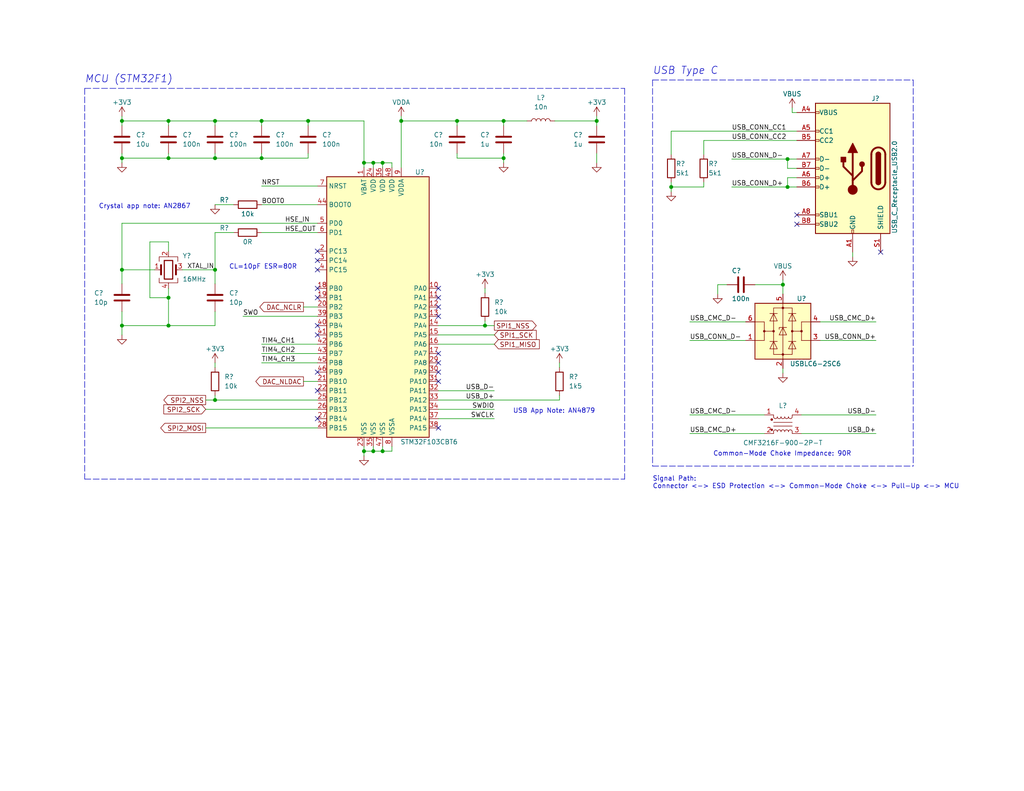
<source format=kicad_sch>
(kicad_sch (version 20211123) (generator eeschema)
  (paper "USLetter")
  (lib_symbols
    (symbol "Connector:USB_C_Receptacle_USB2.0" (pin_names (offset 1.016))
      (property "Reference" "J" (at -10.16 19.05 0))
      (property "Value" "USB_C_Receptacle_USB2.0" (at 19.05 19.05 0))
      (symbol "USB_C_Receptacle_USB2.0_0_0"
        (rectangle (start -0.254 -17.78) (end 0.254 -16.764))
        (rectangle (start 10.16 -14.986) (end 9.144 -15.494))
        (rectangle (start 10.16 -12.446) (end 9.144 -12.954))
        (rectangle (start 10.16 -4.826) (end 9.144 -5.334))
        (rectangle (start 10.16 -2.286) (end 9.144 -2.794))
        (rectangle (start 10.16 0.254) (end 9.144 -0.254))
        (rectangle (start 10.16 2.794) (end 9.144 2.286))
        (rectangle (start 10.16 7.874) (end 9.144 7.366))
        (rectangle (start 10.16 10.414) (end 9.144 9.906))
        (rectangle (start 10.16 15.494) (end 9.144 14.986))
      )
      (symbol "USB_C_Receptacle_USB2.0_0_1"
        (rectangle (start -10.16 17.78) (end 10.16 -17.78) (stroke (width 0.254)) (fill (type background)))
        (arc (start -8.89 -3.81) (mid -6.985 -5.715) (end -5.08 -3.81) (stroke (width 0.508)))
        (arc (start -7.62 -3.81) (mid -6.985 -4.445) (end -6.35 -3.81) (stroke (width 0.254)))
        (arc (start -7.62 -3.81) (mid -6.985 -4.445) (end -6.35 -3.81) (stroke (width 0.254)) (fill (type outline)))
        (rectangle (start -7.62 -3.81) (end -6.35 3.81) (stroke (width 0.254)) (fill (type outline)))
        (arc (start -6.35 3.81) (mid -6.985 4.445) (end -7.62 3.81) (stroke (width 0.254)))
        (arc (start -6.35 3.81) (mid -6.985 4.445) (end -7.62 3.81) (stroke (width 0.254)) (fill (type outline)))
        (arc (start -5.08 3.81) (mid -6.985 5.715) (end -8.89 3.81) (stroke (width 0.508)))
        (circle (center -2.54 1.143) (radius 0.635) (stroke (width 0.254)) (fill (type outline)))
        (circle (center 0 -5.842) (radius 1.27) (fill (type outline)))
        (polyline (pts (xy -8.89 -3.81) (xy -8.89 3.81)) (stroke (width 0.508)))
        (polyline (pts (xy -5.08 3.81) (xy -5.08 -3.81)) (stroke (width 0.508)))
        (polyline (pts (xy 0 -5.842) (xy 0 4.318)) (stroke (width 0.508)))
        (polyline (pts (xy 0 -3.302) (xy -2.54 -0.762) (xy -2.54 0.508)) (stroke (width 0.508)))
        (polyline (pts (xy 0 -2.032) (xy 2.54 0.508) (xy 2.54 1.778)) (stroke (width 0.508)))
        (polyline (pts (xy -1.27 4.318) (xy 0 6.858) (xy 1.27 4.318) (xy -1.27 4.318)) (stroke (width 0.254)) (fill (type outline)))
        (rectangle (start 1.905 1.778) (end 3.175 3.048) (stroke (width 0.254)) (fill (type outline)))
      )
      (symbol "USB_C_Receptacle_USB2.0_1_1"
        (pin passive line (at 0 -22.86 90) (length 5.08) (name "GND") (number "A1"))
        (pin passive line (at 0 -22.86 90) (length 5.08) hide (name "GND") (number "A12"))
        (pin passive line (at 15.24 15.24 180) (length 5.08) (name "VBUS") (number "A4"))
        (pin bidirectional line (at 15.24 10.16 180) (length 5.08) (name "CC1") (number "A5"))
        (pin bidirectional line (at 15.24 -2.54 180) (length 5.08) (name "D+") (number "A6"))
        (pin bidirectional line (at 15.24 2.54 180) (length 5.08) (name "D-") (number "A7"))
        (pin bidirectional line (at 15.24 -12.7 180) (length 5.08) (name "SBU1") (number "A8"))
        (pin passive line (at 15.24 15.24 180) (length 5.08) hide (name "VBUS") (number "A9"))
        (pin passive line (at 0 -22.86 90) (length 5.08) hide (name "GND") (number "B1"))
        (pin passive line (at 0 -22.86 90) (length 5.08) hide (name "GND") (number "B12"))
        (pin passive line (at 15.24 15.24 180) (length 5.08) hide (name "VBUS") (number "B4"))
        (pin bidirectional line (at 15.24 7.62 180) (length 5.08) (name "CC2") (number "B5"))
        (pin bidirectional line (at 15.24 -5.08 180) (length 5.08) (name "D+") (number "B6"))
        (pin bidirectional line (at 15.24 0 180) (length 5.08) (name "D-") (number "B7"))
        (pin bidirectional line (at 15.24 -15.24 180) (length 5.08) (name "SBU2") (number "B8"))
        (pin passive line (at 15.24 15.24 180) (length 5.08) hide (name "VBUS") (number "B9"))
        (pin passive line (at -7.62 -22.86 90) (length 5.08) (name "SHIELD") (number "S1"))
      )
    )
    (symbol "Device:C" (pin_numbers hide) (pin_names (offset 0.254))
      (property "Reference" "C" (at 0.635 2.54 0))
      (property "Value" "C" (at 0.635 -2.54 0))
      (symbol "C_0_1"
        (polyline (pts (xy -2.032 -0.762) (xy 2.032 -0.762)) (stroke (width 0.508)))
        (polyline (pts (xy -2.032 0.762) (xy 2.032 0.762)) (stroke (width 0.508)))
      )
      (symbol "C_1_1"
        (pin passive line (at 0 3.81 270) (length 2.794) (name "~") (number "1"))
        (pin passive line (at 0 -3.81 90) (length 2.794) (name "~") (number "2"))
      )
    )
    (symbol "Device:Crystal_GND24" (pin_names (offset 1.016) hide)
      (property "Reference" "Y" (at 3.175 5.08 0))
      (property "Value" "Crystal_GND24" (at 3.175 3.175 0))
      (symbol "Crystal_GND24_0_1"
        (rectangle (start -1.143 2.54) (end 1.143 -2.54) (stroke (width 0.3048)))
        (polyline (pts (xy -2.54 0) (xy -2.032 0)))
        (polyline (pts (xy -2.032 -1.27) (xy -2.032 1.27)) (stroke (width 0.508)))
        (polyline (pts (xy 0 -3.81) (xy 0 -3.556)))
        (polyline (pts (xy 0 3.556) (xy 0 3.81)))
        (polyline (pts (xy 2.032 -1.27) (xy 2.032 1.27)) (stroke (width 0.508)))
        (polyline (pts (xy 2.032 0) (xy 2.54 0)))
        (polyline (pts (xy -2.54 -2.286) (xy -2.54 -3.556) (xy 2.54 -3.556) (xy 2.54 -2.286)))
        (polyline (pts (xy -2.54 2.286) (xy -2.54 3.556) (xy 2.54 3.556) (xy 2.54 2.286)))
      )
      (symbol "Crystal_GND24_1_1"
        (pin passive line (at -3.81 0 0) (length 1.27) (name "1") (number "1"))
        (pin passive line (at 0 5.08 270) (length 1.27) (name "2") (number "2"))
        (pin passive line (at 3.81 0 180) (length 1.27) (name "3") (number "3"))
        (pin passive line (at 0 -5.08 90) (length 1.27) (name "4") (number "4"))
      )
    )
    (symbol "Device:EMI_Filter_LL_1423" (pin_names hide)
      (property "Reference" "FL" (at 0 4.445 0))
      (property "Value" "Device_EMI_Filter_LL_1423" (at 0 -4.445 0))
      (symbol "EMI_Filter_LL_1423_0_1"
        (circle (center -3.048 -1.27) (radius 0.254) (fill (type outline)))
        (circle (center -3.048 1.524) (radius 0.254) (fill (type outline)))
        (arc (start -2.54 2.032) (mid -2.032 1.524) (end -1.524 2.032))
        (arc (start -1.524 -2.032) (mid -2.032 -1.524) (end -2.54 -2.032))
        (arc (start -1.524 2.032) (mid -1.016 1.524) (end -0.508 2.032))
        (arc (start -0.508 -2.032) (mid -1.016 -1.524) (end -1.524 -2.032))
        (arc (start -0.508 2.032) (mid 0 1.524) (end 0.508 2.032))
        (polyline (pts (xy -2.54 -2.032) (xy -2.54 -2.54)))
        (polyline (pts (xy -2.54 0.508) (xy 2.54 0.508)))
        (polyline (pts (xy -2.54 2.032) (xy -2.54 2.54)))
        (polyline (pts (xy 2.54 -2.032) (xy 2.54 -2.54)))
        (polyline (pts (xy 2.54 -0.508) (xy -2.54 -0.508)))
        (polyline (pts (xy 2.54 2.54) (xy 2.54 2.032)))
        (arc (start 0.508 -2.032) (mid 0 -1.524) (end -0.508 -2.032))
        (arc (start 0.508 2.032) (mid 1.016 1.524) (end 1.524 2.032))
        (arc (start 1.524 -2.032) (mid 1.016 -1.524) (end 0.508 -2.032))
        (arc (start 1.524 2.032) (mid 2.032 1.524) (end 2.54 2.032))
        (arc (start 2.54 -2.032) (mid 2.032 -1.524) (end 1.524 -2.032))
      )
      (symbol "EMI_Filter_LL_1423_1_1"
        (pin passive line (at -5.08 -2.54 0) (length 2.54) (name "1") (number "1"))
        (pin passive line (at -5.08 2.54 0) (length 2.54) (name "2") (number "2"))
        (pin passive line (at 5.08 2.54 180) (length 2.54) (name "3") (number "3"))
        (pin passive line (at 5.08 -2.54 180) (length 2.54) (name "4") (number "4"))
      )
    )
    (symbol "Device:L" (pin_numbers hide) (pin_names (offset 1.016) hide)
      (property "Reference" "L" (at -1.27 0 90))
      (property "Value" "L" (at 1.905 0 90))
      (symbol "L_0_1"
        (arc (start 0 -2.54) (mid 0.635 -1.905) (end 0 -1.27))
        (arc (start 0 -1.27) (mid 0.635 -0.635) (end 0 0))
        (arc (start 0 0) (mid 0.635 0.635) (end 0 1.27))
        (arc (start 0 1.27) (mid 0.635 1.905) (end 0 2.54))
      )
      (symbol "L_1_1"
        (pin passive line (at 0 3.81 270) (length 1.27) (name "1") (number "1"))
        (pin passive line (at 0 -3.81 90) (length 1.27) (name "2") (number "2"))
      )
    )
    (symbol "Device:R" (pin_numbers hide) (pin_names (offset 0))
      (property "Reference" "R" (at 2.032 0 90))
      (property "Value" "R" (at 0 0 90))
      (symbol "R_0_1"
        (rectangle (start -1.016 -2.54) (end 1.016 2.54) (stroke (width 0.254)))
      )
      (symbol "R_1_1"
        (pin passive line (at 0 3.81 270) (length 1.27) (name "~") (number "1"))
        (pin passive line (at 0 -3.81 90) (length 1.27) (name "~") (number "2"))
      )
    )
    (symbol "MCU_ST_STM32F1:STM32F103CBTx"
      (property "Reference" "U" (at -15.24 36.83 0))
      (property "Value" "STM32F103CBTx" (at 7.62 36.83 0))
      (symbol "STM32F103CBTx_0_1"
        (rectangle (start -15.24 -35.56) (end 12.7 35.56) (stroke (width 0.254)) (fill (type background)))
      )
      (symbol "STM32F103CBTx_1_1"
        (pin power_in line (at -5.08 38.1 270) (length 2.54) (name "VBAT") (number "1"))
        (pin bidirectional line (at 15.24 5.08 180) (length 2.54) (name "PA0") (number "10"))
        (pin bidirectional line (at 15.24 2.54 180) (length 2.54) (name "PA1") (number "11"))
        (pin bidirectional line (at 15.24 0 180) (length 2.54) (name "PA2") (number "12"))
        (pin bidirectional line (at 15.24 -2.54 180) (length 2.54) (name "PA3") (number "13"))
        (pin bidirectional line (at 15.24 -5.08 180) (length 2.54) (name "PA4") (number "14"))
        (pin bidirectional line (at 15.24 -7.62 180) (length 2.54) (name "PA5") (number "15"))
        (pin bidirectional line (at 15.24 -10.16 180) (length 2.54) (name "PA6") (number "16"))
        (pin bidirectional line (at 15.24 -12.7 180) (length 2.54) (name "PA7") (number "17"))
        (pin bidirectional line (at -17.78 5.08 0) (length 2.54) (name "PB0") (number "18"))
        (pin bidirectional line (at -17.78 2.54 0) (length 2.54) (name "PB1") (number "19"))
        (pin bidirectional line (at -17.78 15.24 0) (length 2.54) (name "PC13") (number "2"))
        (pin bidirectional line (at -17.78 0 0) (length 2.54) (name "PB2") (number "20"))
        (pin bidirectional line (at -17.78 -20.32 0) (length 2.54) (name "PB10") (number "21"))
        (pin bidirectional line (at -17.78 -22.86 0) (length 2.54) (name "PB11") (number "22"))
        (pin power_in line (at -5.08 -38.1 90) (length 2.54) (name "VSS") (number "23"))
        (pin power_in line (at -2.54 38.1 270) (length 2.54) (name "VDD") (number "24"))
        (pin bidirectional line (at -17.78 -25.4 0) (length 2.54) (name "PB12") (number "25"))
        (pin bidirectional line (at -17.78 -27.94 0) (length 2.54) (name "PB13") (number "26"))
        (pin bidirectional line (at -17.78 -30.48 0) (length 2.54) (name "PB14") (number "27"))
        (pin bidirectional line (at -17.78 -33.02 0) (length 2.54) (name "PB15") (number "28"))
        (pin bidirectional line (at 15.24 -15.24 180) (length 2.54) (name "PA8") (number "29"))
        (pin bidirectional line (at -17.78 12.7 0) (length 2.54) (name "PC14") (number "3"))
        (pin bidirectional line (at 15.24 -17.78 180) (length 2.54) (name "PA9") (number "30"))
        (pin bidirectional line (at 15.24 -20.32 180) (length 2.54) (name "PA10") (number "31"))
        (pin bidirectional line (at 15.24 -22.86 180) (length 2.54) (name "PA11") (number "32"))
        (pin bidirectional line (at 15.24 -25.4 180) (length 2.54) (name "PA12") (number "33"))
        (pin bidirectional line (at 15.24 -27.94 180) (length 2.54) (name "PA13") (number "34"))
        (pin power_in line (at -2.54 -38.1 90) (length 2.54) (name "VSS") (number "35"))
        (pin power_in line (at 0 38.1 270) (length 2.54) (name "VDD") (number "36"))
        (pin bidirectional line (at 15.24 -30.48 180) (length 2.54) (name "PA14") (number "37"))
        (pin bidirectional line (at 15.24 -33.02 180) (length 2.54) (name "PA15") (number "38"))
        (pin bidirectional line (at -17.78 -2.54 0) (length 2.54) (name "PB3") (number "39"))
        (pin bidirectional line (at -17.78 10.16 0) (length 2.54) (name "PC15") (number "4"))
        (pin bidirectional line (at -17.78 -5.08 0) (length 2.54) (name "PB4") (number "40"))
        (pin bidirectional line (at -17.78 -7.62 0) (length 2.54) (name "PB5") (number "41"))
        (pin bidirectional line (at -17.78 -10.16 0) (length 2.54) (name "PB6") (number "42"))
        (pin bidirectional line (at -17.78 -12.7 0) (length 2.54) (name "PB7") (number "43"))
        (pin input line (at -17.78 27.94 0) (length 2.54) (name "BOOT0") (number "44"))
        (pin bidirectional line (at -17.78 -15.24 0) (length 2.54) (name "PB8") (number "45"))
        (pin bidirectional line (at -17.78 -17.78 0) (length 2.54) (name "PB9") (number "46"))
        (pin power_in line (at 0 -38.1 90) (length 2.54) (name "VSS") (number "47"))
        (pin power_in line (at 2.54 38.1 270) (length 2.54) (name "VDD") (number "48"))
        (pin input line (at -17.78 22.86 0) (length 2.54) (name "PD0") (number "5"))
        (pin input line (at -17.78 20.32 0) (length 2.54) (name "PD1") (number "6"))
        (pin input line (at -17.78 33.02 0) (length 2.54) (name "NRST") (number "7"))
        (pin power_in line (at 2.54 -38.1 90) (length 2.54) (name "VSSA") (number "8"))
        (pin power_in line (at 5.08 38.1 270) (length 2.54) (name "VDDA") (number "9"))
      )
    )
    (symbol "Power_Protection:USBLC6-2SC6" (pin_names hide)
      (property "Reference" "U" (at 2.54 8.89 0))
      (property "Value" "USBLC6-2SC6" (at 2.54 -8.89 0))
      (symbol "USBLC6-2SC6_0_1"
        (rectangle (start -7.62 -7.62) (end 7.62 7.62) (stroke (width 0.254)) (fill (type background)))
        (circle (center -5.08 0) (radius 0.254) (fill (type outline)))
        (circle (center -2.54 0) (radius 0.254) (fill (type outline)))
        (rectangle (start -2.54 6.35) (end 2.54 -6.35))
        (circle (center 0 -6.35) (radius 0.254) (fill (type outline)))
        (polyline (pts (xy -5.08 -2.54) (xy -7.62 -2.54)))
        (polyline (pts (xy -5.08 0) (xy -5.08 -2.54)))
        (polyline (pts (xy -5.08 2.54) (xy -7.62 2.54)))
        (polyline (pts (xy -1.524 -2.794) (xy -3.556 -2.794)))
        (polyline (pts (xy -1.524 4.826) (xy -3.556 4.826)))
        (polyline (pts (xy 0 -7.62) (xy 0 -6.35)))
        (polyline (pts (xy 0 -6.35) (xy 0 1.27)))
        (polyline (pts (xy 0 1.27) (xy 0 6.35)))
        (polyline (pts (xy 0 6.35) (xy 0 7.62)))
        (polyline (pts (xy 1.524 -2.794) (xy 3.556 -2.794)))
        (polyline (pts (xy 1.524 4.826) (xy 3.556 4.826)))
        (polyline (pts (xy 5.08 -2.54) (xy 7.62 -2.54)))
        (polyline (pts (xy 5.08 0) (xy 5.08 -2.54)))
        (polyline (pts (xy 5.08 2.54) (xy 7.62 2.54)))
        (polyline (pts (xy -2.54 0) (xy -5.08 0) (xy -5.08 2.54)))
        (polyline (pts (xy 2.54 0) (xy 5.08 0) (xy 5.08 2.54)))
        (polyline (pts (xy -3.556 -4.826) (xy -1.524 -4.826) (xy -2.54 -2.794) (xy -3.556 -4.826)))
        (polyline (pts (xy -3.556 2.794) (xy -1.524 2.794) (xy -2.54 4.826) (xy -3.556 2.794)))
        (polyline (pts (xy -1.016 -1.016) (xy 1.016 -1.016) (xy 0 1.016) (xy -1.016 -1.016)))
        (polyline (pts (xy 1.016 1.016) (xy 0.762 1.016) (xy -1.016 1.016) (xy -1.016 0.508)))
        (polyline (pts (xy 3.556 -4.826) (xy 1.524 -4.826) (xy 2.54 -2.794) (xy 3.556 -4.826)))
        (polyline (pts (xy 3.556 2.794) (xy 1.524 2.794) (xy 2.54 4.826) (xy 3.556 2.794)))
        (circle (center 0 6.35) (radius 0.254) (fill (type outline)))
        (circle (center 2.54 0) (radius 0.254) (fill (type outline)))
        (circle (center 5.08 0) (radius 0.254) (fill (type outline)))
      )
      (symbol "USBLC6-2SC6_1_1"
        (pin passive line (at -10.16 -2.54 0) (length 2.54) (name "I/O1") (number "1"))
        (pin passive line (at 0 -10.16 90) (length 2.54) (name "GND") (number "2"))
        (pin passive line (at 10.16 -2.54 180) (length 2.54) (name "I/O2") (number "3"))
        (pin passive line (at 10.16 2.54 180) (length 2.54) (name "I/O2") (number "4"))
        (pin passive line (at 0 10.16 270) (length 2.54) (name "VBUS") (number "5"))
        (pin passive line (at -10.16 2.54 0) (length 2.54) (name "I/O1") (number "6"))
      )
    )
    (symbol "power:+3V3" (power) (pin_names (offset 0))
      (property "Value" "+3V3" (at 0 3.556 0))
      (symbol "+3V3_0_1"
        (polyline (pts (xy -0.762 1.27) (xy 0 2.54)))
        (polyline (pts (xy 0 0) (xy 0 2.54)))
        (polyline (pts (xy 0 2.54) (xy 0.762 1.27)))
      )
      (symbol "+3V3_1_1"
        (pin power_in line (at 0 0 90) (length 0) hide (name "+3V3") (number "1"))
      )
    )
    (symbol "power:GND" (power) (pin_names (offset 0))
      (property "Value" "GND" (at 0 -3.81 0))
      (symbol "GND_0_1"
        (polyline (pts (xy 0 0) (xy 0 -1.27) (xy 1.27 -1.27) (xy 0 -2.54) (xy -1.27 -1.27) (xy 0 -1.27)))
      )
      (symbol "GND_1_1"
        (pin power_in line (at 0 0 270) (length 0) hide (name "GND") (number "1"))
      )
    )
    (symbol "power:VBUS" (power) (pin_names (offset 0))
      (property "Value" "VBUS" (at 0 3.81 0))
      (symbol "VBUS_0_1"
        (polyline (pts (xy -0.762 1.27) (xy 0 2.54)))
        (polyline (pts (xy 0 0) (xy 0 2.54)))
        (polyline (pts (xy 0 2.54) (xy 0.762 1.27)))
      )
      (symbol "VBUS_1_1"
        (pin power_in line (at 0 0 90) (length 0) hide (name "VBUS") (number "1"))
      )
    )
    (symbol "power:VDDA" (power) (pin_names (offset 0))
      (property "Value" "VDDA" (at 0 3.81 0))
      (symbol "VDDA_0_1"
        (polyline (pts (xy -0.762 1.27) (xy 0 2.54)))
        (polyline (pts (xy 0 0) (xy 0 2.54)))
        (polyline (pts (xy 0 2.54) (xy 0.762 1.27)))
      )
      (symbol "VDDA_1_1"
        (pin power_in line (at 0 0 90) (length 0) hide (name "VDDA") (number "1"))
      )
    )
  )
  (junction (at 137.414 43.18))
  (junction (at 162.814 33.02))
  (junction (at 124.714 33.02))
  (junction (at 33.274 73.66))
  (junction (at 101.854 123.19))
  (junction (at 45.974 33.02))
  (junction (at 58.674 43.18))
  (junction (at 33.274 33.02))
  (junction (at 101.854 44.45))
  (junction (at 214.884 43.434))
  (junction (at 104.394 123.19))
  (junction (at 58.674 33.02))
  (junction (at 99.314 123.19))
  (junction (at 214.884 51.054))
  (junction (at 58.674 73.66))
  (junction (at 71.374 43.18))
  (junction (at 132.334 88.9))
  (junction (at 58.674 109.22))
  (junction (at 213.614 77.724))
  (junction (at 183.134 51.054))
  (junction (at 33.274 43.18))
  (junction (at 109.474 33.02))
  (junction (at 71.374 33.02))
  (junction (at 45.974 43.18))
  (junction (at 137.414 33.02))
  (junction (at 45.974 81.28))
  (junction (at 45.974 88.9))
  (junction (at 104.394 44.45))
  (junction (at 33.274 88.9))
  (junction (at 99.314 44.45))
  (junction (at 84.074 33.02))
  (no_connect (at 217.424 58.674))
  (no_connect (at 86.614 91.44))
  (no_connect (at 119.634 86.36))
  (no_connect (at 119.634 81.28))
  (no_connect (at 217.424 61.214))
  (no_connect (at 119.634 104.14))
  (no_connect (at 86.614 78.74))
  (no_connect (at 86.614 73.66))
  (no_connect (at 119.634 116.84))
  (no_connect (at 86.614 114.3))
  (no_connect (at 86.614 81.28))
  (no_connect (at 86.614 101.6))
  (no_connect (at 119.634 78.74))
  (no_connect (at 119.634 99.06))
  (no_connect (at 119.634 83.82))
  (no_connect (at 86.614 88.9))
  (no_connect (at 86.614 68.58))
  (no_connect (at 119.634 96.52))
  (no_connect (at 119.634 101.6))
  (no_connect (at 86.614 106.68))
  (no_connect (at 86.614 71.12))
  (no_connect (at 240.284 68.834))
  (wire (pts (xy 101.854 44.45) (xy 104.394 44.45)))
  (polyline (pts (xy 170.434 24.13) (xy 170.434 130.81)))
  (wire (pts (xy 239.014 92.964) (xy 223.774 92.964)))
  (wire (pts (xy 56.134 116.84) (xy 86.614 116.84)))
  (wire (pts (xy 99.314 124.46) (xy 99.314 123.19)))
  (wire (pts (xy 239.014 113.284) (xy 218.694 113.284)))
  (wire (pts (xy 99.314 33.02) (xy 99.314 44.45)))
  (wire (pts (xy 152.654 109.22) (xy 152.654 107.95)))
  (wire (pts (xy 58.674 99.06) (xy 58.674 100.33)))
  (wire (pts (xy 58.674 107.95) (xy 58.674 109.22)))
  (wire (pts (xy 71.374 96.52) (xy 86.614 96.52)))
  (wire (pts (xy 137.414 34.29) (xy 137.414 33.02)))
  (wire (pts (xy 119.634 93.98) (xy 134.874 93.98)))
  (wire (pts (xy 232.664 70.104) (xy 232.664 68.834)))
  (wire (pts (xy 192.024 38.354) (xy 217.424 38.354)))
  (wire (pts (xy 143.764 33.02) (xy 137.414 33.02)))
  (wire (pts (xy 132.334 78.74) (xy 132.334 80.01)))
  (wire (pts (xy 33.274 77.47) (xy 33.274 73.66)))
  (wire (pts (xy 134.874 114.3) (xy 119.634 114.3)))
  (wire (pts (xy 84.074 43.18) (xy 84.074 41.91)))
  (polyline (pts (xy 178.054 21.844) (xy 249.174 21.844)))
  (wire (pts (xy 33.274 91.44) (xy 33.274 88.9)))
  (wire (pts (xy 33.274 33.02) (xy 33.274 31.75)))
  (wire (pts (xy 58.674 77.47) (xy 58.674 73.66)))
  (wire (pts (xy 214.884 45.974) (xy 214.884 43.434)))
  (wire (pts (xy 84.074 34.29) (xy 84.074 33.02)))
  (wire (pts (xy 106.934 45.72) (xy 106.934 44.45)))
  (wire (pts (xy 58.674 88.9) (xy 58.674 85.09)))
  (wire (pts (xy 124.714 43.18) (xy 124.714 41.91)))
  (wire (pts (xy 183.134 42.164) (xy 183.134 35.814)))
  (wire (pts (xy 192.024 42.164) (xy 192.024 38.354)))
  (wire (pts (xy 71.374 63.5) (xy 86.614 63.5)))
  (wire (pts (xy 132.334 87.63) (xy 132.334 88.9)))
  (wire (pts (xy 188.214 87.884) (xy 203.454 87.884)))
  (wire (pts (xy 56.134 111.76) (xy 86.614 111.76)))
  (wire (pts (xy 71.374 50.8) (xy 86.614 50.8)))
  (wire (pts (xy 188.214 113.284) (xy 208.534 113.284)))
  (wire (pts (xy 213.614 77.724) (xy 213.614 76.454)))
  (wire (pts (xy 71.374 41.91) (xy 71.374 43.18)))
  (wire (pts (xy 214.884 48.514) (xy 214.884 51.054)))
  (wire (pts (xy 137.414 43.18) (xy 124.714 43.18)))
  (wire (pts (xy 99.314 44.45) (xy 99.314 45.72)))
  (wire (pts (xy 33.274 73.66) (xy 42.164 73.66)))
  (wire (pts (xy 45.974 41.91) (xy 45.974 43.18)))
  (wire (pts (xy 104.394 45.72) (xy 104.394 44.45)))
  (wire (pts (xy 101.854 121.92) (xy 101.854 123.19)))
  (wire (pts (xy 45.974 33.02) (xy 33.274 33.02)))
  (wire (pts (xy 84.074 33.02) (xy 71.374 33.02)))
  (wire (pts (xy 101.854 45.72) (xy 101.854 44.45)))
  (wire (pts (xy 45.974 34.29) (xy 45.974 33.02)))
  (wire (pts (xy 216.154 29.464) (xy 216.154 30.734)))
  (wire (pts (xy 58.674 55.88) (xy 63.754 55.88)))
  (wire (pts (xy 45.974 78.74) (xy 45.974 81.28)))
  (wire (pts (xy 205.994 77.724) (xy 213.614 77.724)))
  (wire (pts (xy 63.754 63.5) (xy 58.674 63.5)))
  (wire (pts (xy 86.614 99.06) (xy 71.374 99.06)))
  (wire (pts (xy 195.834 80.264) (xy 195.834 77.724)))
  (wire (pts (xy 45.974 43.18) (xy 58.674 43.18)))
  (wire (pts (xy 183.134 35.814) (xy 217.424 35.814)))
  (wire (pts (xy 109.474 31.75) (xy 109.474 33.02)))
  (wire (pts (xy 199.644 43.434) (xy 214.884 43.434)))
  (wire (pts (xy 33.274 60.96) (xy 33.274 73.66)))
  (wire (pts (xy 71.374 43.18) (xy 84.074 43.18)))
  (wire (pts (xy 82.804 83.82) (xy 86.614 83.82)))
  (wire (pts (xy 134.874 111.76) (xy 119.634 111.76)))
  (wire (pts (xy 99.314 123.19) (xy 99.314 121.92)))
  (wire (pts (xy 106.934 123.19) (xy 106.934 121.92)))
  (wire (pts (xy 58.674 73.66) (xy 49.784 73.66)))
  (wire (pts (xy 40.894 81.28) (xy 45.974 81.28)))
  (wire (pts (xy 124.714 34.29) (xy 124.714 33.02)))
  (wire (pts (xy 40.894 66.04) (xy 40.894 81.28)))
  (wire (pts (xy 33.274 44.45) (xy 33.274 43.18)))
  (polyline (pts (xy 249.174 21.844) (xy 249.174 127.254)))
  (wire (pts (xy 124.714 33.02) (xy 137.414 33.02)))
  (polyline (pts (xy 178.054 127.254) (xy 249.174 127.254)))
  (wire (pts (xy 183.134 51.054) (xy 183.134 49.784)))
  (wire (pts (xy 214.884 43.434) (xy 217.424 43.434)))
  (wire (pts (xy 33.274 43.18) (xy 33.274 41.91)))
  (wire (pts (xy 239.014 118.364) (xy 218.694 118.364)))
  (wire (pts (xy 86.614 93.98) (xy 71.374 93.98)))
  (wire (pts (xy 56.134 109.22) (xy 58.674 109.22)))
  (wire (pts (xy 45.974 81.28) (xy 45.974 88.9)))
  (wire (pts (xy 217.424 45.974) (xy 214.884 45.974)))
  (wire (pts (xy 58.674 63.5) (xy 58.674 73.66)))
  (wire (pts (xy 152.654 99.06) (xy 152.654 100.33)))
  (polyline (pts (xy 23.114 24.13) (xy 23.114 130.81)))
  (wire (pts (xy 58.674 43.18) (xy 71.374 43.18)))
  (wire (pts (xy 104.394 123.19) (xy 106.934 123.19)))
  (wire (pts (xy 213.614 77.724) (xy 213.614 80.264)))
  (wire (pts (xy 33.274 33.02) (xy 33.274 34.29)))
  (wire (pts (xy 99.314 123.19) (xy 101.854 123.19)))
  (wire (pts (xy 152.654 109.22) (xy 119.634 109.22)))
  (wire (pts (xy 195.834 77.724) (xy 198.374 77.724)))
  (wire (pts (xy 188.214 92.964) (xy 203.454 92.964)))
  (polyline (pts (xy 23.114 130.81) (xy 170.434 130.81)))
  (wire (pts (xy 104.394 121.92) (xy 104.394 123.19)))
  (wire (pts (xy 104.394 44.45) (xy 106.934 44.45)))
  (wire (pts (xy 213.614 101.854) (xy 213.614 100.584)))
  (wire (pts (xy 132.334 88.9) (xy 134.874 88.9)))
  (wire (pts (xy 58.674 41.91) (xy 58.674 43.18)))
  (wire (pts (xy 109.474 33.02) (xy 109.474 45.72)))
  (wire (pts (xy 71.374 55.88) (xy 86.614 55.88)))
  (wire (pts (xy 66.294 86.36) (xy 86.614 86.36)))
  (wire (pts (xy 33.274 60.96) (xy 86.614 60.96)))
  (wire (pts (xy 217.424 48.514) (xy 214.884 48.514)))
  (wire (pts (xy 58.674 109.22) (xy 86.614 109.22)))
  (wire (pts (xy 71.374 34.29) (xy 71.374 33.02)))
  (wire (pts (xy 82.804 104.14) (xy 86.614 104.14)))
  (wire (pts (xy 137.414 44.45) (xy 137.414 43.18)))
  (wire (pts (xy 33.274 88.9) (xy 45.974 88.9)))
  (wire (pts (xy 214.884 51.054) (xy 199.644 51.054)))
  (wire (pts (xy 45.974 66.04) (xy 40.894 66.04)))
  (wire (pts (xy 101.854 123.19) (xy 104.394 123.19)))
  (wire (pts (xy 45.974 68.58) (xy 45.974 66.04)))
  (wire (pts (xy 124.714 33.02) (xy 109.474 33.02)))
  (wire (pts (xy 151.384 33.02) (xy 162.814 33.02)))
  (wire (pts (xy 45.974 88.9) (xy 58.674 88.9)))
  (wire (pts (xy 162.814 41.91) (xy 162.814 44.45)))
  (wire (pts (xy 162.814 33.02) (xy 162.814 34.29)))
  (wire (pts (xy 84.074 33.02) (xy 99.314 33.02)))
  (wire (pts (xy 137.414 41.91) (xy 137.414 43.18)))
  (wire (pts (xy 216.154 30.734) (xy 217.424 30.734)))
  (wire (pts (xy 188.214 118.364) (xy 208.534 118.364)))
  (wire (pts (xy 33.274 43.18) (xy 45.974 43.18)))
  (wire (pts (xy 58.674 34.29) (xy 58.674 33.02)))
  (wire (pts (xy 99.314 44.45) (xy 101.854 44.45)))
  (wire (pts (xy 33.274 88.9) (xy 33.274 85.09)))
  (wire (pts (xy 119.634 106.68) (xy 134.874 106.68)))
  (wire (pts (xy 192.024 51.054) (xy 192.024 49.784)))
  (wire (pts (xy 119.634 91.44) (xy 134.874 91.44)))
  (wire (pts (xy 71.374 33.02) (xy 58.674 33.02)))
  (polyline (pts (xy 23.114 24.13) (xy 170.434 24.13)))
  (polyline (pts (xy 178.054 21.844) (xy 178.054 127.254)))
  (wire (pts (xy 58.674 33.02) (xy 45.974 33.02)))
  (wire (pts (xy 214.884 51.054) (xy 217.424 51.054)))
  (wire (pts (xy 183.134 51.054) (xy 192.024 51.054)))
  (wire (pts (xy 119.634 88.9) (xy 132.334 88.9)))
  (wire (pts (xy 183.134 52.324) (xy 183.134 51.054)))
  (wire (pts (xy 239.014 87.884) (xy 223.774 87.884)))
  (wire (pts (xy 162.814 31.75) (xy 162.814 33.02)))
  (text "USB Type C" (at 178.054 20.574 0) (effects (font (size 2.0066 2.0066) italic) (justify left bottom)))
  (text "USB App Note: AN4879" (at 139.954 113.03 0) (effects (font (size 1.27 1.27)) (justify left bottom)))
  (text "Signal Path:\nConnector <-> ESD Protection <-> Common-Mode Choke <-> Pull-Up <-> MCU\n" (at 178.054 133.604 0) (effects (font (size 1.27 1.27)) (justify left bottom)))
  (text "Crystal app note: AN2867" (at 26.924 57.15 0) (effects (font (size 1.27 1.27)) (justify left bottom)))
  (text "CL=10pF ESR=80R" (at 62.484 73.66 0) (effects (font (size 1.27 1.27)) (justify left bottom)))
  (text "MCU (STM32F1)" (at 23.114 22.86 0) (effects (font (size 2.0066 2.0066) italic) (justify left bottom)))
  (text "Common-Mode Choke Impedance: 90R" (at 194.564 124.714 0) (effects (font (size 1.27 1.27)) (justify left bottom)))
  (label "NRST" (at 71.374 50.8 0))
  (label "SWO" (at 66.294 86.36 0))
  (label "USB_CONN_D-" (at 199.644 43.434 0))
  (label "USB_D+" (at 134.874 109.22 180))
  (label "USB_CMC_D-" (at 188.214 87.884 0))
  (label "TIM4_CH2" (at 71.374 96.52 0))
  (label "USB_CMC_D+" (at 188.214 118.364 0))
  (label "TIM4_CH3" (at 71.374 99.06 0))
  (label "USB_CONN_D+" (at 239.014 92.964 180))
  (label "USB_D-" (at 134.874 106.68 180))
  (label "USB_CMC_D+" (at 239.014 87.884 180))
  (label "HSE_OUT" (at 77.724 63.5 0))
  (label "HSE_IN" (at 77.724 60.96 0))
  (label "USB_D+" (at 239.014 118.364 180))
  (label "SWCLK" (at 134.874 114.3 180))
  (label "USB_CONN_D+" (at 199.644 51.054 0))
  (label "USB_CONN_D-" (at 188.214 92.964 0))
  (label "XTAL_IN" (at 51.054 73.66 0))
  (label "USB_CONN_CC2" (at 199.644 38.354 0))
  (label "SWDIO" (at 134.874 111.76 180))
  (label "USB_CONN_CC1" (at 199.644 35.814 0))
  (label "USB_D-" (at 239.014 113.284 180))
  (label "USB_CMC_D-" (at 188.214 113.284 0))
  (label "TIM4_CH1" (at 71.374 93.98 0))
  (label "BOOT0" (at 71.374 55.88 0))
  (global_label "SPI1_NSS" (shape output) (at 134.874 88.9 0) (property "Intersheet References" "${INTERSHEET_REFS}" (effects hide)))
  (global_label "SPI1_SCK" (shape input) (at 134.874 91.44 0) (property "Intersheet References" "${INTERSHEET_REFS}" (effects hide)))
  (global_label "DAC_NLDAC" (shape output) (at 82.804 104.14 180) (property "Intersheet References" "${INTERSHEET_REFS}" (effects hide)))
  (global_label "SPI1_MISO" (shape input) (at 134.874 93.98 0) (property "Intersheet References" "${INTERSHEET_REFS}" (effects hide)))
  (global_label "SPI2_SCK" (shape input) (at 56.134 111.76 180) (property "Intersheet References" "${INTERSHEET_REFS}" (effects hide)))
  (global_label "SPI2_NSS" (shape output) (at 56.134 109.22 180) (property "Intersheet References" "${INTERSHEET_REFS}" (effects hide)))
  (global_label "DAC_NCLR" (shape output) (at 82.804 83.82 180) (property "Intersheet References" "${INTERSHEET_REFS}" (effects hide)))
  (global_label "SPI2_MOSI" (shape output) (at 56.134 116.84 180) (property "Intersheet References" "${INTERSHEET_REFS}" (effects hide)))
  (symbol (lib_id "power:+3V3") (at 132.334 78.74 0) (unit 1)
    (property "Reference" "#PWR?" (effects hide))
    (property "Value" "+3V3" (at 132.334 74.93 0))
  )
  (symbol (lib_id "power:GND") (at 183.134 52.324 0) (mirror y) (unit 1)
    (property "Reference" "#PWR?" (effects hide))
    (property "Value" "GND" (effects hide))
  )
  (symbol (lib_id "power:GND") (at 137.414 44.45 0) (mirror y) (unit 1)
    (property "Reference" "#PWR?" (effects hide))
    (property "Value" "GND" (effects hide))
  )
  (symbol (lib_id "Device:R") (at 183.134 45.974 0) (unit 1)
    (property "Reference" "R?" (at 184.404 44.704 0) (effects (justify left)))
    (property "Value" "5k1" (at 184.404 47.244 0) (effects (justify left)))
    (property "Footprint" "Resistor_SMD:R_0402_1005Metric" (effects hide))
  )
  (symbol (lib_id "Device:L") (at 147.574 33.02 90) (unit 1)
    (property "Reference" "L?" (at 147.574 26.67 90))
    (property "Value" "10n" (at 147.574 29.21 90))
    (property "Footprint" "Inductor_SMD:L_0402_1005Metric" (effects hide))
  )
  (symbol (lib_id "power:GND") (at 195.834 80.264 0) (mirror y) (unit 1)
    (property "Reference" "#PWR?" (effects hide))
    (property "Value" "GND" (effects hide))
  )
  (symbol (lib_id "power:GND") (at 162.814 44.45 0) (mirror y) (unit 1)
    (property "Reference" "#PWR?" (effects hide))
    (property "Value" "GND" (effects hide))
  )
  (symbol (lib_id "power:+3V3") (at 152.654 99.06 0) (unit 1)
    (property "Reference" "#PWR?" (effects hide))
    (property "Value" "+3V3" (at 152.654 95.25 0))
  )
  (symbol (lib_id "power:+3V3") (at 162.814 31.75 0) (mirror y) (unit 1)
    (property "Reference" "#PWR?" (effects hide))
    (property "Value" "+3V3" (at 162.814 27.94 0))
  )
  (symbol (lib_id "Device:C") (at 33.274 81.28 0) (unit 1)
    (property "Reference" "C?" (at 25.654 80.01 0) (effects (justify left)))
    (property "Value" "10p" (at 25.654 82.55 0) (effects (justify left)))
    (property "Footprint" "Capacitor_SMD:C_0402_1005Metric" (effects hide))
  )
  (symbol (lib_id "Device:C") (at 202.184 77.724 270) (unit 1)
    (property "Reference" "C?" (at 199.644 73.914 90) (effects (justify left)))
    (property "Value" "100n" (at 199.644 81.534 90) (effects (justify left)))
    (property "Footprint" "Capacitor_SMD:C_0402_1005Metric" (effects hide))
  )
  (symbol (lib_id "Device:C") (at 45.974 38.1 0) (unit 1)
    (property "Reference" "C?" (at 49.784 36.83 0) (effects (justify left)))
    (property "Value" "100n" (at 49.784 39.37 0) (effects (justify left)))
    (property "Footprint" "Capacitor_SMD:C_0402_1005Metric" (effects hide))
  )
  (symbol (lib_id "Device:R") (at 132.334 83.82 0) (unit 1)
    (property "Reference" "R?" (at 134.874 82.55 0) (effects (justify left)))
    (property "Value" "10k" (at 134.874 85.09 0) (effects (justify left)))
    (property "Footprint" "Resistor_SMD:R_0402_1005Metric" (effects hide))
  )
  (symbol (lib_id "Device:Crystal_GND24") (at 45.974 73.66 0) (unit 1)
    (property "Reference" "Y?" (at 49.784 69.85 0) (effects (justify left)))
    (property "Value" "16MHz" (at 49.784 76.2 0) (effects (justify left)))
    (property "Footprint" "Crystal:Crystal_SMD_3225-4Pin_3.2x2.5mm" (effects hide))
  )
  (symbol (lib_id "Power_Protection:USBLC6-2SC6") (at 213.614 90.424 0) (unit 1)
    (property "Reference" "U?" (at 218.694 81.534 0))
    (property "Value" "USBLC6-2SC6" (at 222.504 99.314 0))
    (property "Footprint" "Package_TO_SOT_SMD:SOT-23-6" (effects hide))
    (property "Datasheet" "https://www.st.com/resource/en/datasheet/usblc6-2.pdf" (effects hide))
  )
  (symbol (lib_id "power:GND") (at 58.674 55.88 0) (unit 1)
    (property "Reference" "#PWR?" (effects hide))
    (property "Value" "GND" (effects hide))
  )
  (symbol (lib_id "Device:C") (at 84.074 38.1 0) (unit 1)
    (property "Reference" "C?" (at 87.884 36.83 0) (effects (justify left)))
    (property "Value" "100n" (at 87.884 39.37 0) (effects (justify left)))
    (property "Footprint" "Capacitor_SMD:C_0402_1005Metric" (effects hide))
  )
  (symbol (lib_id "Device:C") (at 137.414 38.1 0) (mirror y) (unit 1)
    (property "Reference" "C?" (at 133.604 36.83 0) (effects (justify left)))
    (property "Value" "1u" (at 133.604 39.37 0) (effects (justify left)))
    (property "Footprint" "Capacitor_SMD:C_0603_1608Metric" (effects hide))
  )
  (symbol (lib_id "Device:C") (at 162.814 38.1 0) (mirror y) (unit 1)
    (property "Reference" "C?" (at 159.004 36.83 0) (effects (justify left)))
    (property "Value" "1u" (at 159.004 39.37 0) (effects (justify left)))
    (property "Footprint" "Capacitor_SMD:C_0603_1608Metric" (effects hide))
  )
  (symbol (lib_id "Device:C") (at 71.374 38.1 0) (unit 1)
    (property "Reference" "C?" (at 75.184 36.83 0) (effects (justify left)))
    (property "Value" "100n" (at 75.184 39.37 0) (effects (justify left)))
    (property "Footprint" "Capacitor_SMD:C_0402_1005Metric" (effects hide))
  )
  (symbol (lib_id "power:GND") (at 33.274 91.44 0) (unit 1)
    (property "Reference" "#PWR?" (effects hide))
    (property "Value" "GND" (effects hide))
  )
  (symbol (lib_id "Connector:USB_C_Receptacle_USB2.0") (at 232.664 45.974 0) (mirror y) (unit 1)
    (property "Reference" "J?" (at 237.744 26.924 0) (effects (justify right)))
    (property "Value" "USB_C_Receptacle_USB2.0" (at 244.094 38.354 90) (effects (justify right)))
    (property "Footprint" "Connector_USB:USB_C_Receptacle_HRO_TYPE-C-31-M-12" (effects hide))
    (property "Datasheet" "https://www.usb.org/sites/default/files/documents/usb_type-c.zip" (effects hide))
  )
  (symbol (lib_id "power:GND") (at 99.314 124.46 0) (unit 1)
    (property "Reference" "#PWR?" (effects hide))
    (property "Value" "GND" (effects hide))
  )
  (symbol (lib_id "Device:EMI_Filter_LL_1423") (at 213.614 115.824 0) (mirror x) (unit 1)
    (property "Reference" "L?" (at 213.614 110.744 0))
    (property "Value" "CMF3216F-900-2P-T" (at 213.614 120.904 0))
    (property "Footprint" "Mixed signal:CMC-1206" (effects hide))
  )
  (symbol (lib_id "power:GND") (at 213.614 101.854 0) (mirror y) (unit 1)
    (property "Reference" "#PWR?" (effects hide))
    (property "Value" "GND" (effects hide))
  )
  (symbol (lib_id "power:VDDA") (at 109.474 31.75 0) (unit 1)
    (property "Reference" "#PWR?" (effects hide))
    (property "Value" "VDDA" (at 109.474 27.94 0))
  )
  (symbol (lib_id "power:GND") (at 232.664 70.104 0) (mirror y) (unit 1)
    (property "Reference" "#PWR?" (effects hide))
    (property "Value" "GND" (effects hide))
  )
  (symbol (lib_id "power:+3V3") (at 33.274 31.75 0) (unit 1)
    (property "Reference" "#PWR?" (effects hide))
    (property "Value" "+3V3" (at 33.274 27.94 0))
  )
  (symbol (lib_id "power:GND") (at 33.274 44.45 0) (unit 1)
    (property "Reference" "#PWR?" (effects hide))
    (property "Value" "GND" (effects hide))
  )
  (symbol (lib_id "Device:C") (at 58.674 81.28 0) (unit 1)
    (property "Reference" "C?" (at 62.484 80.01 0) (effects (justify left)))
    (property "Value" "10p" (at 62.484 82.55 0) (effects (justify left)))
    (property "Footprint" "Capacitor_SMD:C_0402_1005Metric" (effects hide))
  )
  (symbol (lib_id "Device:R") (at 67.564 63.5 270) (unit 1)
    (property "Reference" "R?" (at 61.214 62.23 90))
    (property "Value" "0R" (at 67.564 66.04 90))
    (property "Footprint" "Resistor_SMD:R_0402_1005Metric" (effects hide))
  )
  (symbol (lib_id "MCU_ST_STM32F1:STM32F103CBTx") (at 104.394 83.82 0) (unit 1)
    (property "Reference" "U?" (at 114.554 46.99 0))
    (property "Value" "STM32F103CBT6" (at 117.094 120.65 0))
    (property "Footprint" "Package_QFP:LQFP-48_7x7mm_P0.5mm" (effects hide))
    (property "Datasheet" "http://www.st.com/st-web-ui/static/active/en/resource/technical/document/datasheet/CD00161566.pdf" (effects hide))
    (property "Manufacturer" "STMicroelectronics" (effects hide))
    (property "Manufacturer Part Number" "STM32F103CBT6" (effects hide))
  )
  (symbol (lib_id "Device:R") (at 192.024 45.974 0) (unit 1)
    (property "Reference" "R?" (at 193.294 44.704 0) (effects (justify left)))
    (property "Value" "5k1" (at 193.294 47.244 0) (effects (justify left)))
    (property "Footprint" "Resistor_SMD:R_0402_1005Metric" (effects hide))
  )
  (symbol (lib_id "power:VBUS") (at 216.154 29.464 0) (unit 1)
    (property "Reference" "#PWR?" (effects hide))
    (property "Value" "VBUS" (at 216.154 25.654 0))
  )
  (symbol (lib_id "Device:R") (at 67.564 55.88 270) (unit 1)
    (property "Reference" "R?" (at 61.214 54.61 90))
    (property "Value" "10k" (at 67.564 58.42 90))
    (property "Footprint" "Resistor_SMD:R_0402_1005Metric" (effects hide))
  )
  (symbol (lib_id "Device:R") (at 152.654 104.14 0) (unit 1)
    (property "Reference" "R?" (at 155.194 102.87 0) (effects (justify left)))
    (property "Value" "1k5" (at 155.194 105.41 0) (effects (justify left)))
    (property "Footprint" "Resistor_SMD:R_0402_1005Metric" (effects hide))
  )
  (symbol (lib_id "power:VBUS") (at 213.614 76.454 0) (mirror y) (unit 1)
    (property "Reference" "#PWR?" (effects hide))
    (property "Value" "VBUS" (at 213.614 72.644 0))
  )
  (symbol (lib_id "Device:C") (at 58.674 38.1 0) (unit 1)
    (property "Reference" "C?" (at 62.484 36.83 0) (effects (justify left)))
    (property "Value" "100n" (at 62.484 39.37 0) (effects (justify left)))
    (property "Footprint" "Capacitor_SMD:C_0402_1005Metric" (effects hide))
  )
  (symbol (lib_id "Device:R") (at 58.674 104.14 0) (unit 1)
    (property "Reference" "R?" (at 61.214 102.87 0) (effects (justify left)))
    (property "Value" "10k" (at 61.214 105.41 0) (effects (justify left)))
    (property "Footprint" "Resistor_SMD:R_0402_1005Metric" (effects hide))
  )
  (symbol (lib_id "power:+3V3") (at 58.674 99.06 0) (unit 1)
    (property "Reference" "#PWR?" (effects hide))
    (property "Value" "+3V3" (at 58.674 95.25 0))
  )
  (symbol (lib_id "Device:C") (at 33.274 38.1 0) (unit 1)
    (property "Reference" "C?" (at 37.084 36.83 0) (effects (justify left)))
    (property "Value" "10u" (at 37.084 39.37 0) (effects (justify left)))
    (property "Footprint" "Capacitor_SMD:C_0603_1608Metric" (effects hide))
  )
  (symbol (lib_id "Device:C") (at 124.714 38.1 0) (mirror y) (unit 1)
    (property "Reference" "C?" (at 120.904 36.83 0) (effects (justify left)))
    (property "Value" "10n" (at 120.904 39.37 0) (effects (justify left)))
    (property "Footprint" "Capacitor_SMD:C_0402_1005Metric" (effects hide))
  )
)
</source>
